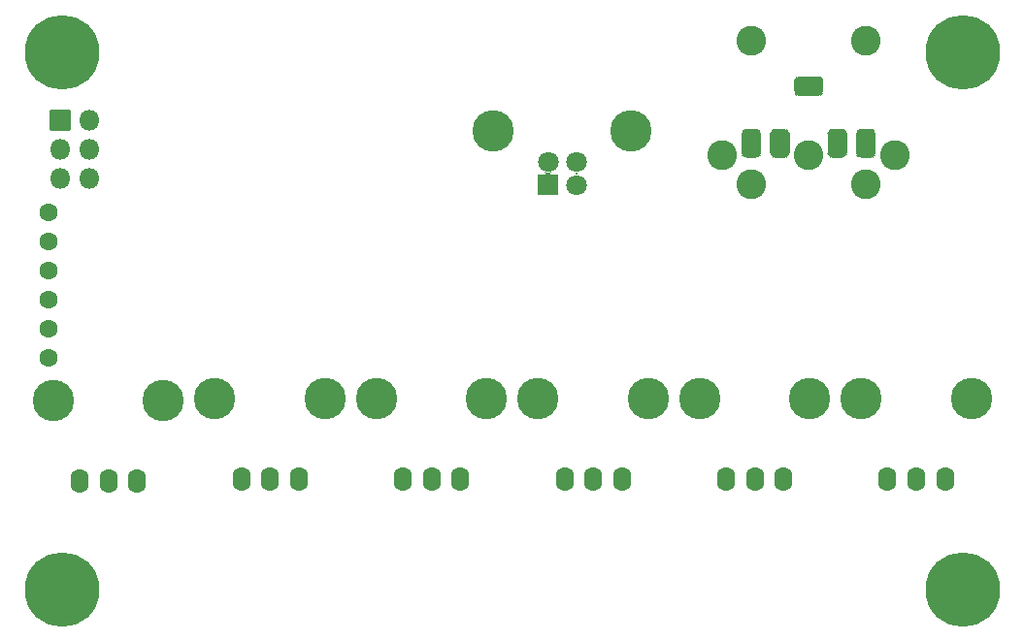
<source format=gbr>
G04 #@! TF.GenerationSoftware,KiCad,Pcbnew,(5.1.10)-1*
G04 #@! TF.CreationDate,2021-09-13T18:31:10+02:00*
G04 #@! TF.ProjectId,CardSizeMidiController,43617264-5369-47a6-954d-696469436f6e,rev?*
G04 #@! TF.SameCoordinates,Original*
G04 #@! TF.FileFunction,Soldermask,Bot*
G04 #@! TF.FilePolarity,Negative*
%FSLAX46Y46*%
G04 Gerber Fmt 4.6, Leading zero omitted, Abs format (unit mm)*
G04 Created by KiCad (PCBNEW (5.1.10)-1) date 2021-09-13 18:31:10*
%MOMM*%
%LPD*%
G01*
G04 APERTURE LIST*
%ADD10C,1.602000*%
%ADD11O,1.602000X2.102000*%
%ADD12C,3.602000*%
%ADD13O,1.802000X1.802000*%
%ADD14C,1.802000*%
%ADD15C,0.902000*%
%ADD16C,6.502000*%
%ADD17C,2.601360*%
%ADD18C,0.100000*%
G04 APERTURE END LIST*
D10*
X2378000Y-30164000D03*
X2378000Y-22544000D03*
X2378000Y-27624000D03*
X2378000Y-17464000D03*
X2378000Y-20004000D03*
X2378000Y-25084000D03*
G36*
G01*
X69958000Y-6051500D02*
X69958000Y-6902500D01*
G75*
G02*
X69532500Y-7328000I-425500J0D01*
G01*
X67881500Y-7328000D01*
G75*
G02*
X67456000Y-6902500I0J425500D01*
G01*
X67456000Y-6051500D01*
G75*
G02*
X67881500Y-5626000I425500J0D01*
G01*
X69532500Y-5626000D01*
G75*
G02*
X69958000Y-6051500I0J-425500D01*
G01*
G37*
G36*
G01*
X67058000Y-10651500D02*
X67058000Y-12302500D01*
G75*
G02*
X66632500Y-12728000I-425500J0D01*
G01*
X65781500Y-12728000D01*
G75*
G02*
X65356000Y-12302500I0J425500D01*
G01*
X65356000Y-10651500D01*
G75*
G02*
X65781500Y-10226000I425500J0D01*
G01*
X66632500Y-10226000D01*
G75*
G02*
X67058000Y-10651500I0J-425500D01*
G01*
G37*
G36*
G01*
X72058000Y-10651500D02*
X72058000Y-12302500D01*
G75*
G02*
X71632500Y-12728000I-425500J0D01*
G01*
X70781500Y-12728000D01*
G75*
G02*
X70356000Y-12302500I0J425500D01*
G01*
X70356000Y-10651500D01*
G75*
G02*
X70781500Y-10226000I425500J0D01*
G01*
X71632500Y-10226000D01*
G75*
G02*
X72058000Y-10651500I0J-425500D01*
G01*
G37*
G36*
G01*
X64558000Y-10651500D02*
X64558000Y-12302500D01*
G75*
G02*
X64132500Y-12728000I-425500J0D01*
G01*
X63281500Y-12728000D01*
G75*
G02*
X62856000Y-12302500I0J425500D01*
G01*
X62856000Y-10651500D01*
G75*
G02*
X63281500Y-10226000I425500J0D01*
G01*
X64132500Y-10226000D01*
G75*
G02*
X64558000Y-10651500I0J-425500D01*
G01*
G37*
G36*
G01*
X74558000Y-10651500D02*
X74558000Y-12302500D01*
G75*
G02*
X74132500Y-12728000I-425500J0D01*
G01*
X73281500Y-12728000D01*
G75*
G02*
X72856000Y-12302500I0J425500D01*
G01*
X72856000Y-10651500D01*
G75*
G02*
X73281500Y-10226000I425500J0D01*
G01*
X74132500Y-10226000D01*
G75*
G02*
X74558000Y-10651500I0J-425500D01*
G01*
G37*
D11*
X5121400Y-40909000D03*
X7621400Y-40909000D03*
X10121400Y-40909000D03*
D12*
X2821400Y-33909000D03*
X12421400Y-33909000D03*
G36*
G01*
X2528000Y-10299000D02*
X2528000Y-8599000D01*
G75*
G02*
X2579000Y-8548000I51000J0D01*
G01*
X4279000Y-8548000D01*
G75*
G02*
X4330000Y-8599000I0J-51000D01*
G01*
X4330000Y-10299000D01*
G75*
G02*
X4279000Y-10350000I-51000J0D01*
G01*
X2579000Y-10350000D01*
G75*
G02*
X2528000Y-10299000I0J51000D01*
G01*
G37*
D13*
X5969000Y-9449000D03*
X3429000Y-11989000D03*
X5969000Y-11989000D03*
X3429000Y-14529000D03*
X5969000Y-14529000D03*
G36*
G01*
X46824000Y-16014000D02*
X45124000Y-16014000D01*
G75*
G02*
X45073000Y-15963000I0J51000D01*
G01*
X45073000Y-14263000D01*
G75*
G02*
X45124000Y-14212000I51000J0D01*
G01*
X46824000Y-14212000D01*
G75*
G02*
X46875000Y-14263000I0J-51000D01*
G01*
X46875000Y-15963000D01*
G75*
G02*
X46824000Y-16014000I-51000J0D01*
G01*
G37*
D14*
X48474000Y-15113000D03*
X48474000Y-13113000D03*
X45974000Y-13113000D03*
D12*
X41204000Y-10403000D03*
X53244000Y-10403000D03*
D15*
X83866056Y-48721944D03*
X82169000Y-48019000D03*
X80471944Y-48721944D03*
X79769000Y-50419000D03*
X80471944Y-52116056D03*
X82169000Y-52819000D03*
X83866056Y-52116056D03*
X84569000Y-50419000D03*
D16*
X82169000Y-50419000D03*
X3556000Y-3556000D03*
D15*
X5956000Y-3556000D03*
X5253056Y-5253056D03*
X3556000Y-5956000D03*
X1858944Y-5253056D03*
X1156000Y-3556000D03*
X1858944Y-1858944D03*
X3556000Y-1156000D03*
X5253056Y-1858944D03*
X5253056Y-48721944D03*
X3556000Y-48019000D03*
X1858944Y-48721944D03*
X1156000Y-50419000D03*
X1858944Y-52116056D03*
X3556000Y-52819000D03*
X5253056Y-52116056D03*
X5956000Y-50419000D03*
D16*
X3556000Y-50419000D03*
X82169000Y-3556000D03*
D15*
X84569000Y-3556000D03*
X83866056Y-5253056D03*
X82169000Y-5956000D03*
X80471944Y-5253056D03*
X79769000Y-3556000D03*
X80471944Y-1858944D03*
X82169000Y-1156000D03*
X83866056Y-1858944D03*
D17*
X76205080Y-12522200D03*
X63710820Y-15024100D03*
X68707000Y-12524740D03*
X61208920Y-12522200D03*
X73703180Y-15024100D03*
X63705740Y-2527300D03*
X73708260Y-2527300D03*
D12*
X54710700Y-33782000D03*
X45110700Y-33782000D03*
D11*
X52410700Y-40782000D03*
X49910700Y-40782000D03*
X47410700Y-40782000D03*
X61507100Y-40782000D03*
X64007100Y-40782000D03*
X66507100Y-40782000D03*
D12*
X59207100Y-33782000D03*
X68807100Y-33782000D03*
X26517900Y-33782000D03*
X16917900Y-33782000D03*
D11*
X24217900Y-40782000D03*
X21717900Y-40782000D03*
X19217900Y-40782000D03*
X75603600Y-40782000D03*
X78103600Y-40782000D03*
X80603600Y-40782000D03*
D12*
X73303600Y-33782000D03*
X82903600Y-33782000D03*
D11*
X33314300Y-40782000D03*
X35814300Y-40782000D03*
X38314300Y-40782000D03*
D12*
X31014300Y-33782000D03*
X40614300Y-33782000D03*
D18*
G36*
X48651684Y-13990864D02*
G01*
X48652074Y-13992826D01*
X48650761Y-13994097D01*
X48633369Y-13999373D01*
X48612105Y-14010738D01*
X48593468Y-14026033D01*
X48578173Y-14044670D01*
X48566808Y-14065934D01*
X48559808Y-14089009D01*
X48557445Y-14113000D01*
X48559808Y-14136991D01*
X48566808Y-14160066D01*
X48578173Y-14181330D01*
X48593468Y-14199967D01*
X48612105Y-14215262D01*
X48633369Y-14226627D01*
X48650761Y-14231903D01*
X48652128Y-14233363D01*
X48651547Y-14235277D01*
X48649790Y-14235779D01*
X48562114Y-14218339D01*
X48385886Y-14218339D01*
X48298210Y-14235779D01*
X48296316Y-14235136D01*
X48295926Y-14233174D01*
X48297239Y-14231903D01*
X48314631Y-14226627D01*
X48335895Y-14215262D01*
X48354532Y-14199967D01*
X48369827Y-14181330D01*
X48381192Y-14160066D01*
X48388192Y-14136991D01*
X48390555Y-14113000D01*
X48388192Y-14089009D01*
X48381192Y-14065934D01*
X48369827Y-14044670D01*
X48354532Y-14026033D01*
X48335895Y-14010738D01*
X48314631Y-13999373D01*
X48297239Y-13994097D01*
X48295872Y-13992637D01*
X48296453Y-13990723D01*
X48298210Y-13990221D01*
X48385886Y-14007661D01*
X48562114Y-14007661D01*
X48649790Y-13990221D01*
X48651684Y-13990864D01*
G37*
G36*
X46238682Y-13972821D02*
G01*
X46239448Y-13974669D01*
X46238408Y-13976172D01*
X46222379Y-13984739D01*
X46203742Y-14000035D01*
X46188447Y-14018672D01*
X46177082Y-14039935D01*
X46170082Y-14063010D01*
X46167719Y-14087001D01*
X46170082Y-14110992D01*
X46177082Y-14134067D01*
X46188447Y-14155331D01*
X46203743Y-14173968D01*
X46222380Y-14189263D01*
X46243643Y-14200628D01*
X46266718Y-14207628D01*
X46290905Y-14210010D01*
X46292531Y-14211175D01*
X46292335Y-14213165D01*
X46290709Y-14214000D01*
X45657291Y-14214000D01*
X45655559Y-14213000D01*
X45655559Y-14211000D01*
X45657095Y-14210010D01*
X45681282Y-14207628D01*
X45704357Y-14200628D01*
X45725621Y-14189263D01*
X45744258Y-14173968D01*
X45759553Y-14155331D01*
X45770918Y-14134067D01*
X45777918Y-14110992D01*
X45780281Y-14087001D01*
X45777918Y-14063010D01*
X45770918Y-14039935D01*
X45759553Y-14018671D01*
X45744258Y-14000034D01*
X45725621Y-13984739D01*
X45709592Y-13976172D01*
X45708536Y-13974473D01*
X45709479Y-13972710D01*
X45711300Y-13972560D01*
X45713036Y-13973279D01*
X45885886Y-14007661D01*
X46062114Y-14007661D01*
X46234964Y-13973279D01*
X46236700Y-13972560D01*
X46238682Y-13972821D01*
G37*
G36*
X64559165Y-12300874D02*
G01*
X64560000Y-12302500D01*
X64560000Y-12358860D01*
X64559990Y-12359056D01*
X64552422Y-12435894D01*
X64552346Y-12436279D01*
X64531722Y-12504266D01*
X64531572Y-12504628D01*
X64498085Y-12567278D01*
X64497867Y-12567604D01*
X64452798Y-12622521D01*
X64452521Y-12622798D01*
X64397604Y-12667867D01*
X64397278Y-12668085D01*
X64334628Y-12701572D01*
X64334266Y-12701722D01*
X64266279Y-12722346D01*
X64265894Y-12722422D01*
X64189056Y-12729990D01*
X64188860Y-12730000D01*
X64132500Y-12730000D01*
X64130768Y-12729000D01*
X64130768Y-12727000D01*
X64132304Y-12726010D01*
X64215116Y-12717854D01*
X64294563Y-12693754D01*
X64367779Y-12654619D01*
X64431953Y-12601953D01*
X64484619Y-12537779D01*
X64523754Y-12464563D01*
X64547854Y-12385116D01*
X64556010Y-12302304D01*
X64557175Y-12300678D01*
X64559165Y-12300874D01*
G37*
G36*
X74559165Y-12300874D02*
G01*
X74560000Y-12302500D01*
X74560000Y-12358860D01*
X74559990Y-12359056D01*
X74552422Y-12435894D01*
X74552346Y-12436279D01*
X74531722Y-12504266D01*
X74531572Y-12504628D01*
X74498085Y-12567278D01*
X74497867Y-12567604D01*
X74452798Y-12622521D01*
X74452521Y-12622798D01*
X74397604Y-12667867D01*
X74397278Y-12668085D01*
X74334628Y-12701572D01*
X74334266Y-12701722D01*
X74266279Y-12722346D01*
X74265894Y-12722422D01*
X74189056Y-12729990D01*
X74188860Y-12730000D01*
X74132500Y-12730000D01*
X74130768Y-12729000D01*
X74130768Y-12727000D01*
X74132304Y-12726010D01*
X74215116Y-12717854D01*
X74294563Y-12693754D01*
X74367779Y-12654619D01*
X74431953Y-12601953D01*
X74484619Y-12537779D01*
X74523754Y-12464563D01*
X74547854Y-12385116D01*
X74556010Y-12302304D01*
X74557175Y-12300678D01*
X74559165Y-12300874D01*
G37*
G36*
X72857990Y-12302304D02*
G01*
X72866146Y-12385116D01*
X72890246Y-12464563D01*
X72929381Y-12537779D01*
X72982047Y-12601953D01*
X73046221Y-12654619D01*
X73119437Y-12693754D01*
X73198884Y-12717854D01*
X73281696Y-12726010D01*
X73283322Y-12727175D01*
X73283126Y-12729165D01*
X73281500Y-12730000D01*
X73225140Y-12730000D01*
X73224944Y-12729990D01*
X73148106Y-12722422D01*
X73147721Y-12722346D01*
X73079734Y-12701722D01*
X73079372Y-12701572D01*
X73016722Y-12668085D01*
X73016396Y-12667867D01*
X72961479Y-12622798D01*
X72961202Y-12622521D01*
X72916133Y-12567604D01*
X72915915Y-12567278D01*
X72882428Y-12504628D01*
X72882278Y-12504266D01*
X72861654Y-12436279D01*
X72861578Y-12435894D01*
X72854010Y-12359056D01*
X72854000Y-12358860D01*
X72854000Y-12302500D01*
X72855000Y-12300768D01*
X72857000Y-12300768D01*
X72857990Y-12302304D01*
G37*
G36*
X65357990Y-12302304D02*
G01*
X65366146Y-12385116D01*
X65390246Y-12464563D01*
X65429381Y-12537779D01*
X65482047Y-12601953D01*
X65546221Y-12654619D01*
X65619437Y-12693754D01*
X65698884Y-12717854D01*
X65781696Y-12726010D01*
X65783322Y-12727175D01*
X65783126Y-12729165D01*
X65781500Y-12730000D01*
X65725140Y-12730000D01*
X65724944Y-12729990D01*
X65648106Y-12722422D01*
X65647721Y-12722346D01*
X65579734Y-12701722D01*
X65579372Y-12701572D01*
X65516722Y-12668085D01*
X65516396Y-12667867D01*
X65461479Y-12622798D01*
X65461202Y-12622521D01*
X65416133Y-12567604D01*
X65415915Y-12567278D01*
X65382428Y-12504628D01*
X65382278Y-12504266D01*
X65361654Y-12436279D01*
X65361578Y-12435894D01*
X65354010Y-12359056D01*
X65354000Y-12358860D01*
X65354000Y-12302500D01*
X65355000Y-12300768D01*
X65357000Y-12300768D01*
X65357990Y-12302304D01*
G37*
G36*
X62857990Y-12302304D02*
G01*
X62866146Y-12385116D01*
X62890246Y-12464563D01*
X62929381Y-12537779D01*
X62982047Y-12601953D01*
X63046221Y-12654619D01*
X63119437Y-12693754D01*
X63198884Y-12717854D01*
X63281696Y-12726010D01*
X63283322Y-12727175D01*
X63283126Y-12729165D01*
X63281500Y-12730000D01*
X63225140Y-12730000D01*
X63224944Y-12729990D01*
X63148106Y-12722422D01*
X63147721Y-12722346D01*
X63079734Y-12701722D01*
X63079372Y-12701572D01*
X63016722Y-12668085D01*
X63016396Y-12667867D01*
X62961479Y-12622798D01*
X62961202Y-12622521D01*
X62916133Y-12567604D01*
X62915915Y-12567278D01*
X62882428Y-12504628D01*
X62882278Y-12504266D01*
X62861654Y-12436279D01*
X62861578Y-12435894D01*
X62854010Y-12359056D01*
X62854000Y-12358860D01*
X62854000Y-12302500D01*
X62855000Y-12300768D01*
X62857000Y-12300768D01*
X62857990Y-12302304D01*
G37*
G36*
X70357990Y-12302304D02*
G01*
X70366146Y-12385116D01*
X70390246Y-12464563D01*
X70429381Y-12537779D01*
X70482047Y-12601953D01*
X70546221Y-12654619D01*
X70619437Y-12693754D01*
X70698884Y-12717854D01*
X70781696Y-12726010D01*
X70783322Y-12727175D01*
X70783126Y-12729165D01*
X70781500Y-12730000D01*
X70725140Y-12730000D01*
X70724944Y-12729990D01*
X70648106Y-12722422D01*
X70647721Y-12722346D01*
X70579734Y-12701722D01*
X70579372Y-12701572D01*
X70516722Y-12668085D01*
X70516396Y-12667867D01*
X70461479Y-12622798D01*
X70461202Y-12622521D01*
X70416133Y-12567604D01*
X70415915Y-12567278D01*
X70382428Y-12504628D01*
X70382278Y-12504266D01*
X70361654Y-12436279D01*
X70361578Y-12435894D01*
X70354010Y-12359056D01*
X70354000Y-12358860D01*
X70354000Y-12302500D01*
X70355000Y-12300768D01*
X70357000Y-12300768D01*
X70357990Y-12302304D01*
G37*
G36*
X72059165Y-12300874D02*
G01*
X72060000Y-12302500D01*
X72060000Y-12358860D01*
X72059990Y-12359056D01*
X72052422Y-12435894D01*
X72052346Y-12436279D01*
X72031722Y-12504266D01*
X72031572Y-12504628D01*
X71998085Y-12567278D01*
X71997867Y-12567604D01*
X71952798Y-12622521D01*
X71952521Y-12622798D01*
X71897604Y-12667867D01*
X71897278Y-12668085D01*
X71834628Y-12701572D01*
X71834266Y-12701722D01*
X71766279Y-12722346D01*
X71765894Y-12722422D01*
X71689056Y-12729990D01*
X71688860Y-12730000D01*
X71632500Y-12730000D01*
X71630768Y-12729000D01*
X71630768Y-12727000D01*
X71632304Y-12726010D01*
X71715116Y-12717854D01*
X71794563Y-12693754D01*
X71867779Y-12654619D01*
X71931953Y-12601953D01*
X71984619Y-12537779D01*
X72023754Y-12464563D01*
X72047854Y-12385116D01*
X72056010Y-12302304D01*
X72057175Y-12300678D01*
X72059165Y-12300874D01*
G37*
G36*
X67059165Y-12300874D02*
G01*
X67060000Y-12302500D01*
X67060000Y-12358860D01*
X67059990Y-12359056D01*
X67052422Y-12435894D01*
X67052346Y-12436279D01*
X67031722Y-12504266D01*
X67031572Y-12504628D01*
X66998085Y-12567278D01*
X66997867Y-12567604D01*
X66952798Y-12622521D01*
X66952521Y-12622798D01*
X66897604Y-12667867D01*
X66897278Y-12668085D01*
X66834628Y-12701572D01*
X66834266Y-12701722D01*
X66766279Y-12722346D01*
X66765894Y-12722422D01*
X66689056Y-12729990D01*
X66688860Y-12730000D01*
X66632500Y-12730000D01*
X66630768Y-12729000D01*
X66630768Y-12727000D01*
X66632304Y-12726010D01*
X66715116Y-12717854D01*
X66794563Y-12693754D01*
X66867779Y-12654619D01*
X66931953Y-12601953D01*
X66984619Y-12537779D01*
X67023754Y-12464563D01*
X67047854Y-12385116D01*
X67056010Y-12302304D01*
X67057175Y-12300678D01*
X67059165Y-12300874D01*
G37*
G36*
X65783232Y-10225000D02*
G01*
X65783232Y-10227000D01*
X65781696Y-10227990D01*
X65698884Y-10236146D01*
X65619437Y-10260246D01*
X65546221Y-10299381D01*
X65482047Y-10352047D01*
X65429381Y-10416221D01*
X65390246Y-10489437D01*
X65366146Y-10568884D01*
X65357990Y-10651696D01*
X65356825Y-10653322D01*
X65354835Y-10653126D01*
X65354000Y-10651500D01*
X65354000Y-10595140D01*
X65354010Y-10594944D01*
X65361578Y-10518106D01*
X65361654Y-10517721D01*
X65382278Y-10449734D01*
X65382428Y-10449372D01*
X65415915Y-10386722D01*
X65416133Y-10386396D01*
X65461202Y-10331479D01*
X65461479Y-10331202D01*
X65516396Y-10286133D01*
X65516722Y-10285915D01*
X65579372Y-10252428D01*
X65579734Y-10252278D01*
X65647721Y-10231654D01*
X65648106Y-10231578D01*
X65724944Y-10224010D01*
X65725140Y-10224000D01*
X65781500Y-10224000D01*
X65783232Y-10225000D01*
G37*
G36*
X70783232Y-10225000D02*
G01*
X70783232Y-10227000D01*
X70781696Y-10227990D01*
X70698884Y-10236146D01*
X70619437Y-10260246D01*
X70546221Y-10299381D01*
X70482047Y-10352047D01*
X70429381Y-10416221D01*
X70390246Y-10489437D01*
X70366146Y-10568884D01*
X70357990Y-10651696D01*
X70356825Y-10653322D01*
X70354835Y-10653126D01*
X70354000Y-10651500D01*
X70354000Y-10595140D01*
X70354010Y-10594944D01*
X70361578Y-10518106D01*
X70361654Y-10517721D01*
X70382278Y-10449734D01*
X70382428Y-10449372D01*
X70415915Y-10386722D01*
X70416133Y-10386396D01*
X70461202Y-10331479D01*
X70461479Y-10331202D01*
X70516396Y-10286133D01*
X70516722Y-10285915D01*
X70579372Y-10252428D01*
X70579734Y-10252278D01*
X70647721Y-10231654D01*
X70648106Y-10231578D01*
X70724944Y-10224010D01*
X70725140Y-10224000D01*
X70781500Y-10224000D01*
X70783232Y-10225000D01*
G37*
G36*
X73283232Y-10225000D02*
G01*
X73283232Y-10227000D01*
X73281696Y-10227990D01*
X73198884Y-10236146D01*
X73119437Y-10260246D01*
X73046221Y-10299381D01*
X72982047Y-10352047D01*
X72929381Y-10416221D01*
X72890246Y-10489437D01*
X72866146Y-10568884D01*
X72857990Y-10651696D01*
X72856825Y-10653322D01*
X72854835Y-10653126D01*
X72854000Y-10651500D01*
X72854000Y-10595140D01*
X72854010Y-10594944D01*
X72861578Y-10518106D01*
X72861654Y-10517721D01*
X72882278Y-10449734D01*
X72882428Y-10449372D01*
X72915915Y-10386722D01*
X72916133Y-10386396D01*
X72961202Y-10331479D01*
X72961479Y-10331202D01*
X73016396Y-10286133D01*
X73016722Y-10285915D01*
X73079372Y-10252428D01*
X73079734Y-10252278D01*
X73147721Y-10231654D01*
X73148106Y-10231578D01*
X73224944Y-10224010D01*
X73225140Y-10224000D01*
X73281500Y-10224000D01*
X73283232Y-10225000D01*
G37*
G36*
X63283232Y-10225000D02*
G01*
X63283232Y-10227000D01*
X63281696Y-10227990D01*
X63198884Y-10236146D01*
X63119437Y-10260246D01*
X63046221Y-10299381D01*
X62982047Y-10352047D01*
X62929381Y-10416221D01*
X62890246Y-10489437D01*
X62866146Y-10568884D01*
X62857990Y-10651696D01*
X62856825Y-10653322D01*
X62854835Y-10653126D01*
X62854000Y-10651500D01*
X62854000Y-10595140D01*
X62854010Y-10594944D01*
X62861578Y-10518106D01*
X62861654Y-10517721D01*
X62882278Y-10449734D01*
X62882428Y-10449372D01*
X62915915Y-10386722D01*
X62916133Y-10386396D01*
X62961202Y-10331479D01*
X62961479Y-10331202D01*
X63016396Y-10286133D01*
X63016722Y-10285915D01*
X63079372Y-10252428D01*
X63079734Y-10252278D01*
X63147721Y-10231654D01*
X63148106Y-10231578D01*
X63224944Y-10224010D01*
X63225140Y-10224000D01*
X63281500Y-10224000D01*
X63283232Y-10225000D01*
G37*
G36*
X74189056Y-10224010D02*
G01*
X74265894Y-10231578D01*
X74266279Y-10231654D01*
X74334266Y-10252278D01*
X74334628Y-10252428D01*
X74397278Y-10285915D01*
X74397604Y-10286133D01*
X74452521Y-10331202D01*
X74452798Y-10331479D01*
X74497867Y-10386396D01*
X74498085Y-10386722D01*
X74531572Y-10449372D01*
X74531722Y-10449734D01*
X74552346Y-10517721D01*
X74552422Y-10518106D01*
X74559990Y-10594944D01*
X74560000Y-10595140D01*
X74560000Y-10651500D01*
X74559000Y-10653232D01*
X74557000Y-10653232D01*
X74556010Y-10651696D01*
X74547854Y-10568884D01*
X74523754Y-10489437D01*
X74484619Y-10416221D01*
X74431953Y-10352047D01*
X74367779Y-10299381D01*
X74294563Y-10260246D01*
X74215116Y-10236146D01*
X74132304Y-10227990D01*
X74130678Y-10226825D01*
X74130874Y-10224835D01*
X74132500Y-10224000D01*
X74188860Y-10224000D01*
X74189056Y-10224010D01*
G37*
G36*
X71689056Y-10224010D02*
G01*
X71765894Y-10231578D01*
X71766279Y-10231654D01*
X71834266Y-10252278D01*
X71834628Y-10252428D01*
X71897278Y-10285915D01*
X71897604Y-10286133D01*
X71952521Y-10331202D01*
X71952798Y-10331479D01*
X71997867Y-10386396D01*
X71998085Y-10386722D01*
X72031572Y-10449372D01*
X72031722Y-10449734D01*
X72052346Y-10517721D01*
X72052422Y-10518106D01*
X72059990Y-10594944D01*
X72060000Y-10595140D01*
X72060000Y-10651500D01*
X72059000Y-10653232D01*
X72057000Y-10653232D01*
X72056010Y-10651696D01*
X72047854Y-10568884D01*
X72023754Y-10489437D01*
X71984619Y-10416221D01*
X71931953Y-10352047D01*
X71867779Y-10299381D01*
X71794563Y-10260246D01*
X71715116Y-10236146D01*
X71632304Y-10227990D01*
X71630678Y-10226825D01*
X71630874Y-10224835D01*
X71632500Y-10224000D01*
X71688860Y-10224000D01*
X71689056Y-10224010D01*
G37*
G36*
X66689056Y-10224010D02*
G01*
X66765894Y-10231578D01*
X66766279Y-10231654D01*
X66834266Y-10252278D01*
X66834628Y-10252428D01*
X66897278Y-10285915D01*
X66897604Y-10286133D01*
X66952521Y-10331202D01*
X66952798Y-10331479D01*
X66997867Y-10386396D01*
X66998085Y-10386722D01*
X67031572Y-10449372D01*
X67031722Y-10449734D01*
X67052346Y-10517721D01*
X67052422Y-10518106D01*
X67059990Y-10594944D01*
X67060000Y-10595140D01*
X67060000Y-10651500D01*
X67059000Y-10653232D01*
X67057000Y-10653232D01*
X67056010Y-10651696D01*
X67047854Y-10568884D01*
X67023754Y-10489437D01*
X66984619Y-10416221D01*
X66931953Y-10352047D01*
X66867779Y-10299381D01*
X66794563Y-10260246D01*
X66715116Y-10236146D01*
X66632304Y-10227990D01*
X66630678Y-10226825D01*
X66630874Y-10224835D01*
X66632500Y-10224000D01*
X66688860Y-10224000D01*
X66689056Y-10224010D01*
G37*
G36*
X64189056Y-10224010D02*
G01*
X64265894Y-10231578D01*
X64266279Y-10231654D01*
X64334266Y-10252278D01*
X64334628Y-10252428D01*
X64397278Y-10285915D01*
X64397604Y-10286133D01*
X64452521Y-10331202D01*
X64452798Y-10331479D01*
X64497867Y-10386396D01*
X64498085Y-10386722D01*
X64531572Y-10449372D01*
X64531722Y-10449734D01*
X64552346Y-10517721D01*
X64552422Y-10518106D01*
X64559990Y-10594944D01*
X64560000Y-10595140D01*
X64560000Y-10651500D01*
X64559000Y-10653232D01*
X64557000Y-10653232D01*
X64556010Y-10651696D01*
X64547854Y-10568884D01*
X64523754Y-10489437D01*
X64484619Y-10416221D01*
X64431953Y-10352047D01*
X64367779Y-10299381D01*
X64294563Y-10260246D01*
X64215116Y-10236146D01*
X64132304Y-10227990D01*
X64130678Y-10226825D01*
X64130874Y-10224835D01*
X64132500Y-10224000D01*
X64188860Y-10224000D01*
X64189056Y-10224010D01*
G37*
G36*
X69959165Y-6900874D02*
G01*
X69960000Y-6902500D01*
X69960000Y-6958860D01*
X69959990Y-6959056D01*
X69952422Y-7035894D01*
X69952346Y-7036279D01*
X69931722Y-7104266D01*
X69931572Y-7104628D01*
X69898085Y-7167278D01*
X69897867Y-7167604D01*
X69852798Y-7222521D01*
X69852521Y-7222798D01*
X69797604Y-7267867D01*
X69797278Y-7268085D01*
X69734628Y-7301572D01*
X69734266Y-7301722D01*
X69666279Y-7322346D01*
X69665894Y-7322422D01*
X69589056Y-7329990D01*
X69588860Y-7330000D01*
X69532500Y-7330000D01*
X69530768Y-7329000D01*
X69530768Y-7327000D01*
X69532304Y-7326010D01*
X69615116Y-7317854D01*
X69694563Y-7293754D01*
X69767779Y-7254619D01*
X69831953Y-7201953D01*
X69884619Y-7137779D01*
X69923754Y-7064563D01*
X69947854Y-6985116D01*
X69956010Y-6902304D01*
X69957175Y-6900678D01*
X69959165Y-6900874D01*
G37*
G36*
X67457990Y-6902304D02*
G01*
X67466146Y-6985116D01*
X67490246Y-7064563D01*
X67529381Y-7137779D01*
X67582047Y-7201953D01*
X67646221Y-7254619D01*
X67719437Y-7293754D01*
X67798884Y-7317854D01*
X67881696Y-7326010D01*
X67883322Y-7327175D01*
X67883126Y-7329165D01*
X67881500Y-7330000D01*
X67825140Y-7330000D01*
X67824944Y-7329990D01*
X67748106Y-7322422D01*
X67747721Y-7322346D01*
X67679734Y-7301722D01*
X67679372Y-7301572D01*
X67616722Y-7268085D01*
X67616396Y-7267867D01*
X67561479Y-7222798D01*
X67561202Y-7222521D01*
X67516133Y-7167604D01*
X67515915Y-7167278D01*
X67482428Y-7104628D01*
X67482278Y-7104266D01*
X67461654Y-7036279D01*
X67461578Y-7035894D01*
X67454010Y-6959056D01*
X67454000Y-6958860D01*
X67454000Y-6902500D01*
X67455000Y-6900768D01*
X67457000Y-6900768D01*
X67457990Y-6902304D01*
G37*
G36*
X67883232Y-5625000D02*
G01*
X67883232Y-5627000D01*
X67881696Y-5627990D01*
X67798884Y-5636146D01*
X67719437Y-5660246D01*
X67646221Y-5699381D01*
X67582047Y-5752047D01*
X67529381Y-5816221D01*
X67490246Y-5889437D01*
X67466146Y-5968884D01*
X67457990Y-6051696D01*
X67456825Y-6053322D01*
X67454835Y-6053126D01*
X67454000Y-6051500D01*
X67454000Y-5995140D01*
X67454010Y-5994944D01*
X67461578Y-5918106D01*
X67461654Y-5917721D01*
X67482278Y-5849734D01*
X67482428Y-5849372D01*
X67515915Y-5786722D01*
X67516133Y-5786396D01*
X67561202Y-5731479D01*
X67561479Y-5731202D01*
X67616396Y-5686133D01*
X67616722Y-5685915D01*
X67679372Y-5652428D01*
X67679734Y-5652278D01*
X67747721Y-5631654D01*
X67748106Y-5631578D01*
X67824944Y-5624010D01*
X67825140Y-5624000D01*
X67881500Y-5624000D01*
X67883232Y-5625000D01*
G37*
G36*
X69589056Y-5624010D02*
G01*
X69665894Y-5631578D01*
X69666279Y-5631654D01*
X69734266Y-5652278D01*
X69734628Y-5652428D01*
X69797278Y-5685915D01*
X69797604Y-5686133D01*
X69852521Y-5731202D01*
X69852798Y-5731479D01*
X69897867Y-5786396D01*
X69898085Y-5786722D01*
X69931572Y-5849372D01*
X69931722Y-5849734D01*
X69952346Y-5917721D01*
X69952422Y-5918106D01*
X69959990Y-5994944D01*
X69960000Y-5995140D01*
X69960000Y-6051500D01*
X69959000Y-6053232D01*
X69957000Y-6053232D01*
X69956010Y-6051696D01*
X69947854Y-5968884D01*
X69923754Y-5889437D01*
X69884619Y-5816221D01*
X69831953Y-5752047D01*
X69767779Y-5699381D01*
X69694563Y-5660246D01*
X69615116Y-5636146D01*
X69532304Y-5627990D01*
X69530678Y-5626825D01*
X69530874Y-5624835D01*
X69532500Y-5624000D01*
X69588860Y-5624000D01*
X69589056Y-5624010D01*
G37*
M02*

</source>
